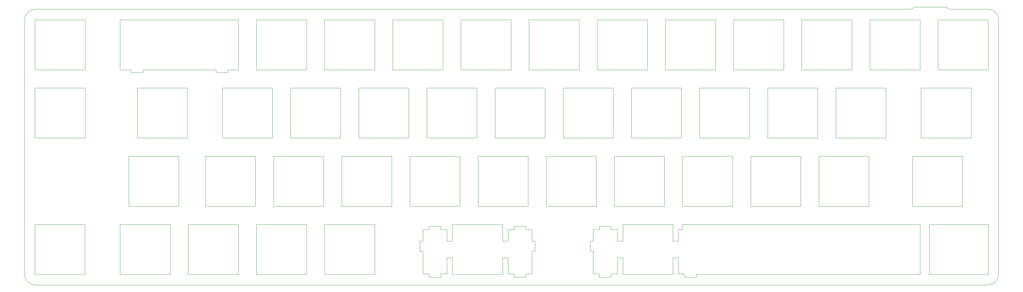
<source format=gbr>
%TF.GenerationSoftware,KiCad,Pcbnew,(5.1.12)-1*%
%TF.CreationDate,2022-01-18T19:29:43-06:00*%
%TF.ProjectId,plate,706c6174-652e-46b6-9963-61645f706362,rev?*%
%TF.SameCoordinates,Original*%
%TF.FileFunction,Profile,NP*%
%FSLAX46Y46*%
G04 Gerber Fmt 4.6, Leading zero omitted, Abs format (unit mm)*
G04 Created by KiCad (PCBNEW (5.1.12)-1) date 2022-01-18 19:29:43*
%MOMM*%
%LPD*%
G01*
G04 APERTURE LIST*
%TA.AperFunction,Profile*%
%ADD10C,0.050000*%
%TD*%
G04 APERTURE END LIST*
D10*
X269297150Y-152927010D02*
X269585350Y-152927010D01*
X269297150Y-138927550D02*
X269585350Y-138927550D01*
X269297150Y-133877050D02*
X269297150Y-119877650D01*
X274347850Y-119877650D02*
X274347850Y-133877050D01*
X288347150Y-133877050D02*
X288347150Y-119877650D01*
X293397850Y-119877650D02*
X293397850Y-133877050D01*
X319591450Y-119877650D02*
X319591450Y-133877050D01*
X307397150Y-133877050D02*
X307397150Y-119877650D01*
X255297850Y-119877650D02*
X255297850Y-133877050D01*
X88284250Y-152927010D02*
X88284250Y-138927550D01*
X88284250Y-138927550D02*
X74284250Y-138927550D01*
X135947350Y-119877650D02*
X121947350Y-119877650D01*
X174047350Y-119877650D02*
X160047350Y-119877650D01*
X114517350Y-119877650D02*
X100516350Y-119877650D01*
X154997350Y-119877650D02*
X140997350Y-119877650D01*
X131184350Y-95776850D02*
X128209350Y-95776850D01*
X136235350Y-95776850D02*
X150234350Y-95776850D01*
X128209350Y-95776850D02*
X128209350Y-96527950D01*
X155285350Y-95776850D02*
X169284350Y-95776850D01*
X124910350Y-96527950D02*
X124910350Y-95776850D01*
X124910350Y-95776850D02*
X104409350Y-95776850D01*
X104409350Y-95776850D02*
X104409350Y-96527950D01*
X101110350Y-95776850D02*
X98135350Y-95776850D01*
X74322350Y-95776850D02*
X88322350Y-95776850D01*
X128209350Y-96527950D02*
X124910350Y-96527950D01*
X104409350Y-96527950D02*
X101110350Y-96527950D01*
X101110350Y-96527950D02*
X101110350Y-95776850D01*
X126710350Y-114826850D02*
X140709350Y-114826850D01*
X140709350Y-100827550D02*
X126710350Y-100827550D01*
X183860350Y-100827550D02*
X183860350Y-114826850D01*
X74322350Y-114826850D02*
X88322350Y-114826850D01*
X116897350Y-114826850D02*
X116897350Y-100827550D01*
X126710350Y-100827550D02*
X126710350Y-114826850D01*
X140709350Y-114826850D02*
X140709350Y-100827550D01*
X88322350Y-100827550D02*
X74322350Y-100827550D01*
X159759350Y-100827550D02*
X145760350Y-100827550D01*
X145760350Y-114826850D02*
X159759350Y-114826850D01*
X178809350Y-100827550D02*
X164810350Y-100827550D01*
X102897350Y-100827550D02*
X102897350Y-114826850D01*
X164810350Y-100827550D02*
X164810350Y-114826850D01*
X116897350Y-100827550D02*
X102897350Y-100827550D01*
X88322350Y-114826850D02*
X88322350Y-100827550D01*
X159759350Y-114826850D02*
X159759350Y-100827550D01*
X164810350Y-114826850D02*
X178809350Y-114826850D01*
X74322350Y-100827550D02*
X74322350Y-114826850D01*
X145760350Y-100827550D02*
X145760350Y-114826850D01*
X102897350Y-114826850D02*
X116897350Y-114826850D01*
X178809350Y-114826850D02*
X178809350Y-100827550D01*
X71401940Y-152847040D02*
X71414640Y-81851500D01*
X232079350Y-152696880D02*
X230354350Y-152696880D01*
X235379350Y-153678040D02*
X232079350Y-153678040D01*
X230354350Y-140397850D02*
X232079350Y-140397850D01*
X254153750Y-143628050D02*
X254153750Y-140397850D01*
X252628350Y-138927550D02*
X252628350Y-143628050D01*
X232079350Y-140397850D02*
X232079350Y-139475950D01*
X230354350Y-143628050D02*
X230354350Y-140397850D01*
X230354350Y-146426810D02*
X229528350Y-146426810D01*
X237103350Y-140397850D02*
X237103350Y-143628050D01*
X229528350Y-143628050D02*
X230354350Y-143628050D01*
X232079350Y-139475950D02*
X235379350Y-139475950D01*
X255297850Y-138927550D02*
X269297150Y-138927550D01*
X252628350Y-143628050D02*
X254153750Y-143628050D01*
X238629350Y-143628050D02*
X238629350Y-138927550D01*
X237103350Y-143628050D02*
X238629350Y-143628050D01*
X255297850Y-140397850D02*
X255297850Y-138927550D01*
X238629350Y-138927550D02*
X252628350Y-138927550D01*
X235379350Y-140397850D02*
X237103350Y-140397850D01*
X229528350Y-146426810D02*
X229528350Y-143628050D01*
X232079350Y-153678040D02*
X232079350Y-152696880D01*
X235379350Y-139475950D02*
X235379350Y-140397850D01*
X254153750Y-140397850D02*
X255297850Y-140397850D01*
X230354350Y-152696880D02*
X230354350Y-146426810D01*
X206528350Y-152696880D02*
X206528350Y-148227920D01*
X208254350Y-152696880D02*
X206528350Y-152696880D01*
X208254350Y-153678040D02*
X208254350Y-152696880D01*
X206528350Y-143628050D02*
X206528350Y-140397850D01*
X211553351Y-153678040D02*
X208254350Y-153678040D01*
X211553351Y-152696880D02*
X211553351Y-153678040D01*
X213278350Y-152696880D02*
X211553351Y-152696880D01*
X214104350Y-146426810D02*
X213278350Y-146426810D01*
X214104350Y-143628050D02*
X214104350Y-146426810D01*
X213278350Y-143628050D02*
X214104350Y-143628050D01*
X205003350Y-138927550D02*
X205003350Y-143628050D01*
X206528350Y-148227920D02*
X205003350Y-148227920D01*
X213278350Y-146426810D02*
X213278350Y-152696880D01*
X213278350Y-140397850D02*
X213278350Y-143628050D01*
X208254350Y-140397850D02*
X208254350Y-139475950D01*
X211553351Y-140397850D02*
X213278350Y-140397850D01*
X211553351Y-139475950D02*
X211553351Y-140397850D01*
X208254350Y-139475950D02*
X211553351Y-139475950D01*
X205003350Y-143628050D02*
X206528350Y-143628050D01*
X206528350Y-140397850D02*
X208254350Y-140397850D01*
X184454350Y-139475950D02*
X187754350Y-139475950D01*
X184454350Y-140397850D02*
X184454350Y-139475950D01*
X182729350Y-140397850D02*
X184454350Y-140397850D01*
X184454350Y-152696880D02*
X182729350Y-152696880D01*
X191004350Y-148227920D02*
X189478350Y-148227920D01*
X187754350Y-153678040D02*
X184454350Y-153678040D01*
X187754350Y-152696880D02*
X187754350Y-153678040D01*
X191004350Y-152927010D02*
X191004350Y-148227920D01*
X205003350Y-152927010D02*
X191004350Y-152927010D01*
X182729350Y-143628050D02*
X182729350Y-140397850D01*
X184454350Y-153678040D02*
X184454350Y-152696880D01*
X205003350Y-148227920D02*
X205003350Y-152927010D01*
X181903350Y-146426810D02*
X181903350Y-143628050D01*
X182729350Y-152696880D02*
X182729350Y-146426810D01*
X189478350Y-152696880D02*
X187754350Y-152696880D01*
X181903350Y-143628050D02*
X182729350Y-143628050D01*
X189478350Y-148227920D02*
X189478350Y-152696880D01*
X191004350Y-138927550D02*
X205003350Y-138927550D01*
X255879250Y-152927010D02*
X255297850Y-152927010D01*
X255879250Y-153678040D02*
X255879250Y-152927010D01*
X187754350Y-140397850D02*
X189478350Y-140397850D01*
X269297150Y-152927010D02*
X259178350Y-152927010D01*
X182729350Y-146426810D02*
X181903350Y-146426810D01*
X259178350Y-153678040D02*
X255879250Y-153678040D01*
X189478350Y-143628050D02*
X191004350Y-143628050D01*
X259178350Y-152927010D02*
X259178350Y-153678040D01*
X191004350Y-143628050D02*
X191004350Y-138927550D01*
X189478350Y-140397850D02*
X189478350Y-143628050D01*
X187754350Y-139475950D02*
X187754350Y-140397850D01*
X216909350Y-114826850D02*
X216909350Y-100827550D01*
X274059650Y-100827550D02*
X260060350Y-100827550D01*
X255009650Y-114826850D02*
X255009650Y-100827550D01*
X235959350Y-100827550D02*
X221960350Y-100827550D01*
X202910350Y-114826850D02*
X216909350Y-114826850D01*
X197859350Y-114826850D02*
X197859350Y-100827550D01*
X333592320Y-133877050D02*
X333592320Y-119877650D01*
X255009650Y-100827550D02*
X241010350Y-100827550D01*
X202910350Y-100827550D02*
X202910350Y-114826850D01*
X241010350Y-114826850D02*
X255009650Y-114826850D01*
X221960350Y-100827550D02*
X221960350Y-114826850D01*
X241010350Y-100827550D02*
X241010350Y-114826850D01*
X235959350Y-114826850D02*
X235959350Y-100827550D01*
X216909350Y-100827550D02*
X202910350Y-100827550D01*
X293397850Y-133877050D02*
X307397150Y-133877050D01*
X197859350Y-100827550D02*
X183860350Y-100827550D01*
X333592320Y-119877650D02*
X319591450Y-119877650D01*
X221960350Y-114826850D02*
X235959350Y-114826850D01*
X260060350Y-114826850D02*
X274059650Y-114826850D01*
X260060350Y-100827550D02*
X260060350Y-114826850D01*
X319591450Y-133877050D02*
X333592320Y-133877050D01*
X183860350Y-114826850D02*
X197859350Y-114826850D01*
X98135350Y-95776850D02*
X98135350Y-81777550D01*
X335972190Y-114826850D02*
X335972190Y-100827550D01*
X174335350Y-81777550D02*
X174335350Y-95776850D01*
X274059650Y-114826850D02*
X274059650Y-100827550D01*
X150234350Y-95776850D02*
X150234350Y-81777550D01*
X298160350Y-114826850D02*
X312159650Y-114826850D01*
X226436350Y-81777550D02*
X212435350Y-81777550D01*
X207384350Y-95776850D02*
X207384350Y-81777550D01*
X193385350Y-95776850D02*
X207384350Y-95776850D01*
X193385350Y-81777550D02*
X193385350Y-95776850D01*
X207384350Y-81777550D02*
X193385350Y-81777550D01*
X188334350Y-95776850D02*
X188334350Y-81777550D01*
X174335350Y-95776850D02*
X188334350Y-95776850D01*
X188334350Y-81777550D02*
X174335350Y-81777550D01*
X136235350Y-81777550D02*
X136235350Y-95776850D01*
X169284350Y-81777550D02*
X155285350Y-81777550D01*
X88322350Y-95776850D02*
X88322350Y-81777550D01*
X98135350Y-81777550D02*
X131184350Y-81777550D01*
X150234350Y-81777550D02*
X136235350Y-81777550D01*
X293109650Y-100827550D02*
X279110350Y-100827550D01*
X312159650Y-114826850D02*
X312159650Y-100827550D01*
X321972650Y-100827550D02*
X321972650Y-114826850D01*
X335972190Y-100827550D02*
X321972650Y-100827550D01*
X279110350Y-100827550D02*
X279110350Y-114826850D01*
X321972650Y-114826850D02*
X335972190Y-114826850D01*
X279110350Y-114826850D02*
X293109650Y-114826850D01*
X155285350Y-81777550D02*
X155285350Y-95776850D01*
X131184350Y-81777550D02*
X131184350Y-95776850D01*
X312159650Y-100827550D02*
X298160350Y-100827550D01*
X88322350Y-81777550D02*
X74322350Y-81777550D01*
X74322350Y-81777550D02*
X74322350Y-95776850D01*
X293109650Y-114826850D02*
X293109650Y-100827550D01*
X169284350Y-95776850D02*
X169284350Y-81777550D01*
X298160350Y-100827550D02*
X298160350Y-114826850D01*
X235379350Y-152696880D02*
X235379350Y-153678040D01*
X238629350Y-148227920D02*
X237103350Y-148227920D01*
X252628350Y-148227920D02*
X252628350Y-152927010D01*
X255297850Y-152927010D02*
X255297850Y-152696880D01*
X252628350Y-152927010D02*
X238629350Y-152927010D01*
X237103350Y-152696880D02*
X235379350Y-152696880D01*
X237103350Y-148227920D02*
X237103350Y-152696880D01*
X254153750Y-152696880D02*
X254153750Y-148227920D01*
X255297850Y-152696880D02*
X254153750Y-152696880D01*
X238629350Y-152927010D02*
X238629350Y-148227920D01*
X254153750Y-148227920D02*
X252628350Y-148227920D01*
X231485350Y-95776850D02*
X245486050Y-95776850D01*
X340734700Y-95776850D02*
X340734700Y-81777550D01*
X326735150Y-81777550D02*
X326735150Y-95776850D01*
X283584650Y-81777550D02*
X269585350Y-81777550D01*
X250535350Y-95776850D02*
X264534650Y-95776850D01*
X245486050Y-81777550D02*
X231485350Y-81777550D01*
X250535350Y-81777550D02*
X250535350Y-95776850D01*
X231485350Y-81777550D02*
X231485350Y-95776850D01*
X264534650Y-95776850D02*
X264534650Y-81777550D01*
X212435350Y-81777550D02*
X212435350Y-95776850D01*
X283584650Y-95776850D02*
X283584650Y-81777550D01*
X226436350Y-95776850D02*
X226436350Y-81777550D01*
X269585350Y-81777550D02*
X269585350Y-95776850D01*
X307685350Y-81777550D02*
X307685350Y-95776850D01*
X264534650Y-81777550D02*
X250535350Y-81777550D01*
X321684650Y-81777550D02*
X307685350Y-81777550D01*
X321684650Y-95776850D02*
X321684650Y-81777550D01*
X302634650Y-81777550D02*
X288635350Y-81777550D01*
X245486050Y-95776850D02*
X245486050Y-81777550D01*
X326735150Y-95776850D02*
X340734700Y-95776850D01*
X307685350Y-95776850D02*
X321684650Y-95776850D01*
X302634650Y-95776850D02*
X302634650Y-81777550D01*
X288635350Y-81777550D02*
X288635350Y-95776850D01*
X269585350Y-95776850D02*
X283584650Y-95776850D01*
X212435350Y-95776850D02*
X226436350Y-95776850D01*
X340734700Y-81777550D02*
X326735150Y-81777550D01*
X288635350Y-95776850D02*
X302634650Y-95776850D01*
X136235350Y-138927550D02*
X136235350Y-152927010D01*
X269585350Y-152927010D02*
X321684650Y-152927010D01*
X112134350Y-138927550D02*
X98135350Y-138927550D01*
X321684650Y-138927550D02*
X269585350Y-138927550D01*
X169284350Y-152927010D02*
X169284350Y-138927550D01*
X155285350Y-152927010D02*
X169284350Y-152927010D01*
X169284350Y-138927550D02*
X155285350Y-138927550D01*
X150234350Y-152927010D02*
X150234350Y-138927550D01*
X136235350Y-152927010D02*
X150234350Y-152927010D01*
X150234350Y-138927550D02*
X136235350Y-138927550D01*
X112134350Y-152927010D02*
X112134350Y-138927550D01*
X98135350Y-138927550D02*
X98135350Y-152927010D01*
X98135350Y-152927010D02*
X112134350Y-152927010D01*
X117185350Y-152927010D02*
X131184350Y-152927010D01*
X131184350Y-138927550D02*
X117185350Y-138927550D01*
X131184350Y-152927010D02*
X131184350Y-138927550D01*
X155285350Y-138927550D02*
X155285350Y-152927010D01*
X74284250Y-152927010D02*
X88284250Y-152927010D01*
X117185350Y-138927550D02*
X117185350Y-152927010D01*
X74284250Y-138927550D02*
X74284250Y-152927010D01*
X100516350Y-133877050D02*
X114517350Y-133877050D01*
X193097350Y-119877650D02*
X179097350Y-119877650D01*
X114517350Y-133877050D02*
X114517350Y-119877650D01*
X174047350Y-133877050D02*
X174047350Y-119877650D01*
X324353950Y-138927550D02*
X324353950Y-152927010D01*
X179097350Y-119877650D02*
X179097350Y-133877050D01*
X160047350Y-133877050D02*
X174047350Y-133877050D01*
X160047350Y-119877650D02*
X160047350Y-133877050D01*
X121947350Y-133877050D02*
X135947350Y-133877050D01*
X340734700Y-138927550D02*
X324353950Y-138927550D01*
X100516350Y-119877650D02*
X100516350Y-133877050D01*
X324353950Y-152927010D02*
X340734700Y-152927010D01*
X140997350Y-133877050D02*
X154997350Y-133877050D01*
X154997350Y-133877050D02*
X154997350Y-119877650D01*
X340734700Y-152927010D02*
X340734700Y-138927550D01*
X135947350Y-133877050D02*
X135947350Y-119877650D01*
X321684650Y-152927010D02*
X321684650Y-138927550D01*
X140997350Y-119877650D02*
X140997350Y-133877050D01*
X121947350Y-119877650D02*
X121947350Y-133877050D01*
X198147350Y-119877650D02*
X198147350Y-133877050D01*
X255297850Y-133877050D02*
X269297150Y-133877050D01*
X212147350Y-133877050D02*
X212147350Y-119877650D01*
X250247150Y-119877650D02*
X236247350Y-119877650D01*
X231197350Y-119877650D02*
X217197350Y-119877650D01*
X198147350Y-133877050D02*
X212147350Y-133877050D01*
X193097350Y-133877050D02*
X193097350Y-119877650D01*
X231197350Y-133877050D02*
X231197350Y-119877650D01*
X217197350Y-133877050D02*
X231197350Y-133877050D01*
X236247350Y-119877650D02*
X236247350Y-133877050D01*
X212147350Y-119877650D02*
X198147350Y-119877650D01*
X236247350Y-133877050D02*
X250247150Y-133877050D01*
X179097350Y-133877050D02*
X193097350Y-133877050D01*
X307397150Y-119877650D02*
X293397850Y-119877650D01*
X274347850Y-133877050D02*
X288347150Y-133877050D01*
X250247150Y-133877050D02*
X250247150Y-119877650D01*
X217197350Y-119877650D02*
X217197350Y-133877050D01*
X269297150Y-119877650D02*
X255297850Y-119877650D01*
X288347150Y-119877650D02*
X274347850Y-119877650D01*
X74404220Y-78861920D02*
X318560450Y-78835250D01*
X74401680Y-155846780D02*
X340658450Y-155848050D01*
X74401680Y-155846780D02*
G75*
G02*
X71401940Y-152847040I0J2999740D01*
G01*
X71414640Y-81851500D02*
G75*
G02*
X74404220Y-78861920I2989580J0D01*
G01*
X319195450Y-78835250D02*
X318560450Y-78835250D01*
X320084450Y-78200250D02*
X319195450Y-78835250D01*
X329863450Y-78835250D02*
X329914250Y-78835250D01*
X328974450Y-78200250D02*
X329863450Y-78835250D01*
X320084450Y-78200250D02*
X328974450Y-78200250D01*
X343655650Y-152850850D02*
X343655650Y-81832450D01*
X343655650Y-152850850D02*
G75*
G02*
X340658450Y-155848050I-2997200J0D01*
G01*
X329914250Y-78835250D02*
X340658450Y-78835250D01*
X340658450Y-78835250D02*
G75*
G02*
X343655650Y-81832450I0J-2997200D01*
G01*
M02*

</source>
